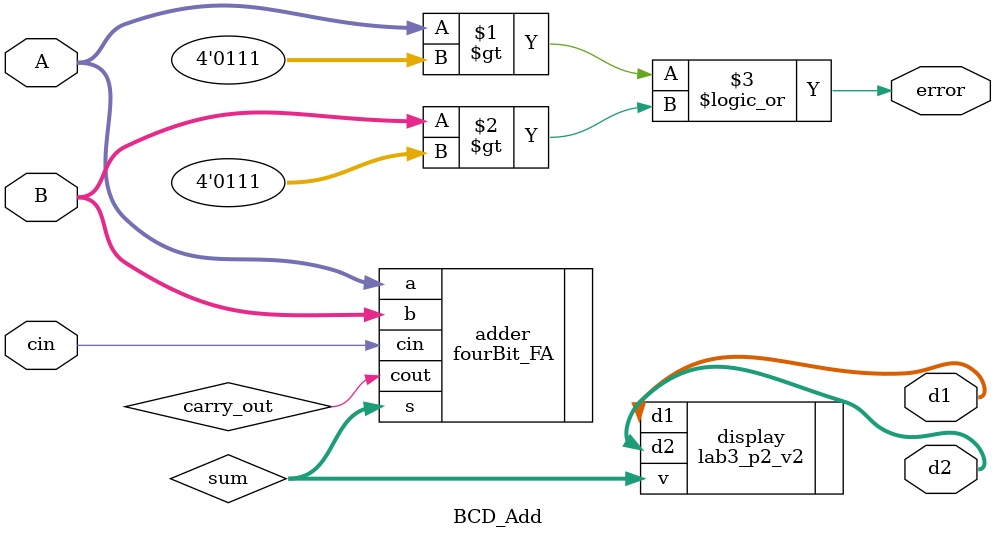
<source format=v>
module BCD_Add(
    input [3:0] A, B,
    input cin,
    output [6:0] d1, d2, // Outputs for 7-segment display
    output error          // Error signal
);

    wire [3:0] sum;
    wire [3:0] corrected_sum;
    wire carry_out;

    // Step 1: Add A, B, and cin using a 4-bit full adder
    fourBit_FA adder (
        .a(A),
        .b(B),
        .cin(cin),
        .s(sum[3:0]),
        .cout(carry_out)
    );

    // Step 2: Check if correction is needed (sum > 9)

    // Step 4: Use lab3_p2_v2 to display the result
    lab3_p2_v2 display (
        .v({sum}),
        .d1(d1),
        .d2(d2)
    );

    // Step 5: Error check for inputs greater than 7
    assign error = (A > 4'b0111) || (B > 4'b0111);

endmodule
</source>
